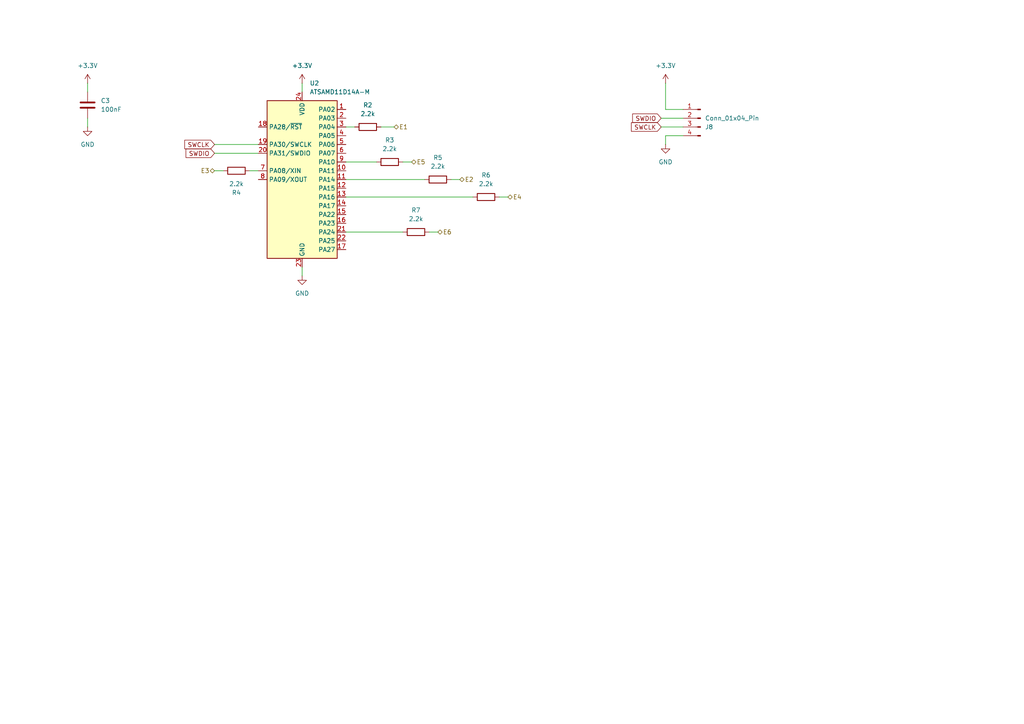
<source format=kicad_sch>
(kicad_sch (version 20231120) (generator "eeschema") (generator_version "8.0")
  (paper "A4")
  (lib_symbols
    (symbol "Connector:Conn_01x04_Pin" (pin_names (offset 1.016) hide)
      (property "Reference" "J" (at 0 5.08 0))
      (property "Value" "Conn_01x04_Pin" (at 0 -7.62 0))
      (symbol "Conn_01x04_Pin_1_1"
        (polyline (pts (xy 1.27 -5.08) (xy 0.8636 -5.08)) (stroke (width 0.1524)))
        (polyline (pts (xy 1.27 -2.54) (xy 0.8636 -2.54)) (stroke (width 0.1524)))
        (polyline (pts (xy 1.27 0) (xy 0.8636 0)) (stroke (width 0.1524)))
        (polyline (pts (xy 1.27 2.54) (xy 0.8636 2.54)) (stroke (width 0.1524)))
        (rectangle (start 0.8636 -4.953) (end 0 -5.207) (stroke (width 0.1524)) (fill (type outline)))
        (rectangle (start 0.8636 -2.413) (end 0 -2.667) (stroke (width 0.1524)) (fill (type outline)))
        (rectangle (start 0.8636 0.127) (end 0 -0.127) (stroke (width 0.1524)) (fill (type outline)))
        (rectangle (start 0.8636 2.667) (end 0 2.413) (stroke (width 0.1524)) (fill (type outline)))
        (pin passive line (at 5.08 2.54 180) (length 3.81) (name "Pin_1") (number "1"))
        (pin passive line (at 5.08 0 180) (length 3.81) (name "Pin_2") (number "2"))
        (pin passive line (at 5.08 -2.54 180) (length 3.81) (name "Pin_3") (number "3"))
        (pin passive line (at 5.08 -5.08 180) (length 3.81) (name "Pin_4") (number "4"))
      )
    )
    (symbol "Device:C" (pin_numbers hide) (pin_names (offset 0.254))
      (property "Reference" "C" (at 0.635 2.54 0))
      (property "Value" "C" (at 0.635 -2.54 0))
      (symbol "C_0_1"
        (polyline (pts (xy -2.032 -0.762) (xy 2.032 -0.762)) (stroke (width 0.508)))
        (polyline (pts (xy -2.032 0.762) (xy 2.032 0.762)) (stroke (width 0.508)))
      )
      (symbol "C_1_1"
        (pin passive line (at 0 3.81 270) (length 2.794) (name "~") (number "1"))
        (pin passive line (at 0 -3.81 90) (length 2.794) (name "~") (number "2"))
      )
    )
    (symbol "Device:R" (pin_numbers hide) (pin_names (offset 0))
      (property "Reference" "R" (at 2.032 0 90))
      (property "Value" "R" (at 0 0 90))
      (symbol "R_0_1"
        (rectangle (start -1.016 -2.54) (end 1.016 2.54) (stroke (width 0.254)))
      )
      (symbol "R_1_1"
        (pin passive line (at 0 3.81 270) (length 1.27) (name "~") (number "1"))
        (pin passive line (at 0 -3.81 90) (length 1.27) (name "~") (number "2"))
      )
    )
    (symbol "MCU_Microchip_SAMD:ATSAMD11D14A-M"
      (property "Reference" "U" (at -10.16 24.13 0))
      (property "Value" "ATSAMD11D14A-M" (at 1.27 24.13 0))
      (symbol "ATSAMD11D14A-M_0_1"
        (rectangle (start -10.16 22.86) (end 10.16 -22.86) (stroke (width 0.254)) (fill (type background)))
      )
      (symbol "ATSAMD11D14A-M_1_1"
        (pin bidirectional line (at 12.7 20.32 180) (length 2.54) (name "PA02") (number "1"))
        (pin bidirectional line (at 12.7 2.54 180) (length 2.54) (name "PA11") (number "10"))
        (pin bidirectional line (at 12.7 0 180) (length 2.54) (name "PA14") (number "11"))
        (pin bidirectional line (at 12.7 -2.54 180) (length 2.54) (name "PA15") (number "12"))
        (pin bidirectional line (at 12.7 -5.08 180) (length 2.54) (name "PA16") (number "13"))
        (pin bidirectional line (at 12.7 -7.62 180) (length 2.54) (name "PA17") (number "14"))
        (pin bidirectional line (at 12.7 -10.16 180) (length 2.54) (name "PA22") (number "15"))
        (pin bidirectional line (at 12.7 -12.7 180) (length 2.54) (name "PA23") (number "16"))
        (pin bidirectional line (at 12.7 -20.32 180) (length 2.54) (name "PA27") (number "17"))
        (pin bidirectional line (at -12.7 15.24 0) (length 2.54) (name "PA28/~{RST}") (number "18"))
        (pin bidirectional line (at -12.7 10.16 0) (length 2.54) (name "PA30/SWCLK") (number "19"))
        (pin bidirectional line (at 12.7 17.78 180) (length 2.54) (name "PA03") (number "2"))
        (pin bidirectional line (at -12.7 7.62 0) (length 2.54) (name "PA31/SWDIO") (number "20"))
        (pin bidirectional line (at 12.7 -15.24 180) (length 2.54) (name "PA24") (number "21"))
        (pin bidirectional line (at 12.7 -17.78 180) (length 2.54) (name "PA25") (number "22"))
        (pin power_in line (at 0 -25.4 90) (length 2.54) (name "GND") (number "23"))
        (pin power_in line (at 0 25.4 270) (length 2.54) (name "VDD") (number "24"))
        (pin bidirectional line (at 12.7 15.24 180) (length 2.54) (name "PA04") (number "3"))
        (pin bidirectional line (at 12.7 12.7 180) (length 2.54) (name "PA05") (number "4"))
        (pin bidirectional line (at 12.7 10.16 180) (length 2.54) (name "PA06") (number "5"))
        (pin bidirectional line (at 12.7 7.62 180) (length 2.54) (name "PA07") (number "6"))
        (pin bidirectional line (at -12.7 2.54 0) (length 2.54) (name "PA08/XIN") (number "7"))
        (pin bidirectional line (at -12.7 0 0) (length 2.54) (name "PA09/XOUT") (number "8"))
        (pin bidirectional line (at 12.7 5.08 180) (length 2.54) (name "PA10") (number "9"))
      )
    )
    (symbol "power:+3.3V" (power) (pin_numbers hide) (pin_names (offset 0) hide)
      (property "Value" "+3.3V" (at 0 3.556 0))
      (symbol "+3.3V_0_1"
        (polyline (pts (xy -0.762 1.27) (xy 0 2.54)))
        (polyline (pts (xy 0 0) (xy 0 2.54)))
        (polyline (pts (xy 0 2.54) (xy 0.762 1.27)))
      )
      (symbol "+3.3V_1_1"
        (pin power_in line (at 0 0 90) (length 0) (name "~") (number "1"))
      )
    )
    (symbol "power:GND" (power) (pin_numbers hide) (pin_names (offset 0) hide)
      (property "Value" "GND" (at 0 -3.81 0))
      (symbol "GND_0_1"
        (polyline (pts (xy 0 0) (xy 0 -1.27) (xy 1.27 -1.27) (xy 0 -2.54) (xy -1.27 -1.27) (xy 0 -1.27)))
      )
      (symbol "GND_1_1"
        (pin power_in line (at 0 0 270) (length 0) (name "~") (number "1"))
      )
    )
  )
  (wire (pts (xy 144.78 57.15) (xy 147.32 57.15)))
  (wire (pts (xy 62.23 41.91) (xy 74.93 41.91)))
  (wire (pts (xy 193.04 31.75) (xy 198.12 31.75)))
  (wire (pts (xy 193.04 24.13) (xy 193.04 31.75)))
  (wire (pts (xy 25.4 24.13) (xy 25.4 26.67)))
  (wire (pts (xy 191.77 34.29) (xy 198.12 34.29)))
  (wire (pts (xy 191.77 36.83) (xy 198.12 36.83)))
  (wire (pts (xy 100.33 52.07) (xy 123.19 52.07)))
  (wire (pts (xy 116.84 46.99) (xy 119.38 46.99)))
  (wire (pts (xy 124.46 67.31) (xy 127 67.31)))
  (wire (pts (xy 72.39 49.53) (xy 74.93 49.53)))
  (wire (pts (xy 110.49 36.83) (xy 114.3 36.83)))
  (wire (pts (xy 100.33 67.31) (xy 116.84 67.31)))
  (wire (pts (xy 100.33 36.83) (xy 102.87 36.83)))
  (wire (pts (xy 87.63 77.47) (xy 87.63 80.01)))
  (wire (pts (xy 25.4 34.29) (xy 25.4 36.83)))
  (wire (pts (xy 100.33 46.99) (xy 109.22 46.99)))
  (wire (pts (xy 100.33 57.15) (xy 137.16 57.15)))
  (wire (pts (xy 193.04 39.37) (xy 193.04 41.91)))
  (wire (pts (xy 130.81 52.07) (xy 133.35 52.07)))
  (wire (pts (xy 193.04 39.37) (xy 198.12 39.37)))
  (wire (pts (xy 64.77 49.53) (xy 62.23 49.53)))
  (wire (pts (xy 87.63 26.67) (xy 87.63 24.13)))
  (wire (pts (xy 62.23 44.45) (xy 74.93 44.45)))
  (global_label "SWCLK" (shape input) (at 62.23 41.91 180) (property "Intersheetrefs" "${INTERSHEET_REFS}" (effects (hide yes))))
  (global_label "SWCLK" (shape input) (at 191.77 36.83 180) (property "Intersheetrefs" "${INTERSHEET_REFS}" (effects (hide yes))))
  (global_label "SWDIO" (shape input) (at 62.23 44.45 180) (property "Intersheetrefs" "${INTERSHEET_REFS}" (effects (hide yes))))
  (global_label "SWDIO" (shape input) (at 191.77 34.29 180) (property "Intersheetrefs" "${INTERSHEET_REFS}" (effects (hide yes))))
  (hierarchical_label "E2" (shape bidirectional) (at 133.35 52.07 0))
  (hierarchical_label "E3" (shape bidirectional) (at 62.23 49.53 180))
  (hierarchical_label "E5" (shape bidirectional) (at 119.38 46.99 0))
  (hierarchical_label "E4" (shape bidirectional) (at 147.32 57.15 0))
  (hierarchical_label "E1" (shape bidirectional) (at 114.3 36.83 0))
  (hierarchical_label "E6" (shape bidirectional) (at 127 67.31 0))
  (symbol (lib_id "power:+3.3V") (at 87.63 24.13 0) (unit 1)
    (property "Reference" "#PWR09" (effects (hide yes)))
    (property "Value" "+3.3V" (at 87.63 19.05 0))
    (property "Description" "Power symbol creates a global label with name \"+3.3V\"" (effects (hide yes)))
    (instances (project "Nanostripes_LED_Modul" (path "" (reference "#PWR09") (unit 1))) (project "Nanostripes_LED_Modul" (path "" (reference "#PWR017") (unit 1))))
  )
  (symbol (lib_id "Device:C") (at 25.4 30.48 0) (unit 1)
    (property "Reference" "C3" (at 29.21 29.2099 0) (effects (justify left)))
    (property "Value" "100nF" (at 29.21 31.7499 0) (effects (justify left)))
    (property "Footprint" "Capacitor_SMD:C_0805_2012Metric" (effects (hide yes)))
    (property "Description" "Unpolarized capacitor" (effects (hide yes)))
  )
  (symbol (lib_id "Device:R") (at 127 52.07 90) (unit 1)
    (property "Reference" "R5" (at 127 45.72 90))
    (property "Value" "2.2k" (at 127 48.26 90))
    (property "Footprint" "Resistor_SMD:R_0805_2012Metric" (effects (hide yes)))
    (property "Description" "Resistor" (effects (hide yes)))
  )
  (symbol (lib_id "Device:R") (at 120.65 67.31 90) (unit 1)
    (property "Reference" "R7" (at 120.65 60.96 90))
    (property "Value" "2.2k" (at 120.65 63.5 90))
    (property "Footprint" "Resistor_SMD:R_0805_2012Metric" (effects (hide yes)))
    (property "Description" "Resistor" (effects (hide yes)))
  )
  (symbol (lib_id "Connector:Conn_01x04_Pin") (at 203.2 34.29 0) (mirror y) (unit 1)
    (property "Reference" "J8" (at 204.47 36.8301 0) (effects (justify right)))
    (property "Value" "Conn_01x04_Pin" (at 204.47 34.2901 0) (effects (justify right)))
    (property "Footprint" "Connector_PinHeader_2.54mm:PinHeader_1x04_P2.54mm_Vertical" (effects (hide yes)))
    (property "Description" "Generic connector, single row, 01x04, script generated" (effects (hide yes)))
  )
  (symbol (lib_id "power:+3.3V") (at 193.04 24.13 0) (unit 1)
    (property "Reference" "#PWR010" (effects (hide yes)))
    (property "Value" "+3.3V" (at 193.04 19.05 0))
    (property "Description" "Power symbol creates a global label with name \"+3.3V\"" (effects (hide yes)))
    (instances (project "Nanostripes_LED_Modul" (path "" (reference "#PWR010") (unit 1))) (project "Nanostripes_LED_Modul" (path "" (reference "#PWR018") (unit 1))))
  )
  (symbol (lib_id "Device:R") (at 68.58 49.53 270) (unit 1)
    (property "Reference" "R4" (at 68.58 55.88 90))
    (property "Value" "2.2k" (at 68.58 53.34 90))
    (property "Footprint" "Resistor_SMD:R_0805_2012Metric" (effects (hide yes)))
    (property "Description" "Resistor" (effects (hide yes)))
  )
  (symbol (lib_id "Device:R") (at 106.68 36.83 90) (unit 1)
    (property "Reference" "R2" (at 106.68 30.48 90))
    (property "Value" "2.2k" (at 106.68 33.02 90))
    (property "Footprint" "Resistor_SMD:R_0805_2012Metric" (effects (hide yes)))
    (property "Description" "Resistor" (effects (hide yes)))
  )
  (symbol (lib_id "power:GND") (at 25.4 36.83 0) (unit 1)
    (property "Reference" "#PWR011" (effects (hide yes)))
    (property "Value" "GND" (at 25.4 41.91 0))
    (property "Description" "Power symbol creates a global label with name \"GND\" , ground" (effects (hide yes)))
    (instances (project "Nanostripes_LED_Modul" (path "" (reference "#PWR011") (unit 1))) (project "Nanostripes_LED_Modul" (path "" (reference "#PWR019") (unit 1))))
  )
  (symbol (lib_id "power:+3.3V") (at 25.4 24.13 0) (unit 1)
    (property "Reference" "#PWR08" (effects (hide yes)))
    (property "Value" "+3.3V" (at 25.4 19.05 0))
    (property "Description" "Power symbol creates a global label with name \"+3.3V\"" (effects (hide yes)))
    (instances (project "Nanostripes_LED_Modul" (path "" (reference "#PWR08") (unit 1))) (project "Nanostripes_LED_Modul" (path "" (reference "#PWR016") (unit 1))))
  )
  (symbol (lib_id "Device:R") (at 113.03 46.99 90) (unit 1)
    (property "Reference" "R3" (at 113.03 40.64 90))
    (property "Value" "2.2k" (at 113.03 43.18 90))
    (property "Footprint" "Resistor_SMD:R_0805_2012Metric" (effects (hide yes)))
    (property "Description" "Resistor" (effects (hide yes)))
  )
  (symbol (lib_id "Device:R") (at 140.97 57.15 90) (unit 1)
    (property "Reference" "R6" (at 140.97 50.8 90))
    (property "Value" "2.2k" (at 140.97 53.34 90))
    (property "Footprint" "Resistor_SMD:R_0805_2012Metric" (effects (hide yes)))
    (property "Description" "Resistor" (effects (hide yes)))
  )
  (symbol (lib_id "power:GND") (at 87.63 80.01 0) (unit 1)
    (property "Reference" "#PWR015" (effects (hide yes)))
    (property "Value" "GND" (at 87.63 85.09 0))
    (property "Description" "Power symbol creates a global label with name \"GND\" , ground" (effects (hide yes)))
    (instances (project "Nanostripes_LED_Modul" (path "" (reference "#PWR015") (unit 1))) (project "Nanostripes_LED_Modul" (path "" (reference "#PWR021") (unit 1))))
  )
  (symbol (lib_id "power:GND") (at 193.04 41.91 0) (unit 1)
    (property "Reference" "#PWR012" (effects (hide yes)))
    (property "Value" "GND" (at 193.04 46.99 0))
    (property "Description" "Power symbol creates a global label with name \"GND\" , ground" (effects (hide yes)))
    (instances (project "Nanostripes_LED_Modul" (path "" (reference "#PWR012") (unit 1))) (project "Nanostripes_LED_Modul" (path "" (reference "#PWR020") (unit 1))))
  )
  (symbol (lib_id "MCU_Microchip_SAMD:ATSAMD11D14A-M") (at 87.63 52.07 0) (unit 1)
    (property "Reference" "U2" (at 89.8241 24.13 0) (effects (justify left)))
    (property "Value" "ATSAMD11D14A-M" (at 89.8241 26.67 0) (effects (justify left)))
    (property "Footprint" "Package_DFN_QFN:QFN-24-1EP_4x4mm_P0.5mm_EP2.6x2.6mm" (effects (hide yes)))
    (property "Datasheet" "http://ww1.microchip.com/downloads/en/DeviceDoc/Atmel-42363-SAM-D11_Datasheet.pdf" (effects (hide yes)))
    (property "Description" "ARM Cortex-M0+ MCU, 48MHz, 16KB Flash, 4KB RAM, 1.6-3.6V, 22 GPIO, QFN-24" (effects (hide yes)))
  )
)
</source>
